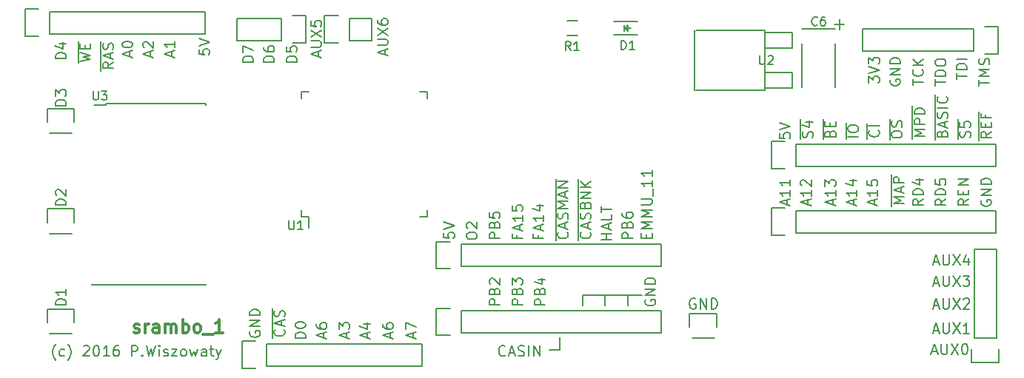
<source format=gbr>
G04 #@! TF.FileFunction,Legend,Top*
%FSLAX46Y46*%
G04 Gerber Fmt 4.6, Leading zero omitted, Abs format (unit mm)*
G04 Created by KiCad (PCBNEW 4.0.3-1.fc24-product) date Sat Sep 10 15:23:13 2016*
%MOMM*%
%LPD*%
G01*
G04 APERTURE LIST*
%ADD10C,0.100000*%
%ADD11C,0.200000*%
%ADD12C,0.300000*%
%ADD13C,0.150000*%
G04 APERTURE END LIST*
D10*
D11*
X154342857Y-79400000D02*
X154914286Y-79400000D01*
X154228572Y-79742857D02*
X154628572Y-78542857D01*
X155028572Y-79742857D01*
X155428571Y-78542857D02*
X155428571Y-79514286D01*
X155485714Y-79628571D01*
X155542857Y-79685714D01*
X155657143Y-79742857D01*
X155885714Y-79742857D01*
X156000000Y-79685714D01*
X156057143Y-79628571D01*
X156114286Y-79514286D01*
X156114286Y-78542857D01*
X156571429Y-78542857D02*
X157371429Y-79742857D01*
X157371429Y-78542857D02*
X156571429Y-79742857D01*
X158342857Y-78942857D02*
X158342857Y-79742857D01*
X158057143Y-78485714D02*
X157771428Y-79342857D01*
X158514286Y-79342857D01*
X154342857Y-81800000D02*
X154914286Y-81800000D01*
X154228572Y-82142857D02*
X154628572Y-80942857D01*
X155028572Y-82142857D01*
X155428571Y-80942857D02*
X155428571Y-81914286D01*
X155485714Y-82028571D01*
X155542857Y-82085714D01*
X155657143Y-82142857D01*
X155885714Y-82142857D01*
X156000000Y-82085714D01*
X156057143Y-82028571D01*
X156114286Y-81914286D01*
X156114286Y-80942857D01*
X156571429Y-80942857D02*
X157371429Y-82142857D01*
X157371429Y-80942857D02*
X156571429Y-82142857D01*
X157714286Y-80942857D02*
X158457143Y-80942857D01*
X158057143Y-81400000D01*
X158228571Y-81400000D01*
X158342857Y-81457143D01*
X158400000Y-81514286D01*
X158457143Y-81628571D01*
X158457143Y-81914286D01*
X158400000Y-82028571D01*
X158342857Y-82085714D01*
X158228571Y-82142857D01*
X157885714Y-82142857D01*
X157771428Y-82085714D01*
X157714286Y-82028571D01*
X154342857Y-84400000D02*
X154914286Y-84400000D01*
X154228572Y-84742857D02*
X154628572Y-83542857D01*
X155028572Y-84742857D01*
X155428571Y-83542857D02*
X155428571Y-84514286D01*
X155485714Y-84628571D01*
X155542857Y-84685714D01*
X155657143Y-84742857D01*
X155885714Y-84742857D01*
X156000000Y-84685714D01*
X156057143Y-84628571D01*
X156114286Y-84514286D01*
X156114286Y-83542857D01*
X156571429Y-83542857D02*
X157371429Y-84742857D01*
X157371429Y-83542857D02*
X156571429Y-84742857D01*
X157771428Y-83657143D02*
X157828571Y-83600000D01*
X157942857Y-83542857D01*
X158228571Y-83542857D01*
X158342857Y-83600000D01*
X158400000Y-83657143D01*
X158457143Y-83771429D01*
X158457143Y-83885714D01*
X158400000Y-84057143D01*
X157714286Y-84742857D01*
X158457143Y-84742857D01*
X154342857Y-87200000D02*
X154914286Y-87200000D01*
X154228572Y-87542857D02*
X154628572Y-86342857D01*
X155028572Y-87542857D01*
X155428571Y-86342857D02*
X155428571Y-87314286D01*
X155485714Y-87428571D01*
X155542857Y-87485714D01*
X155657143Y-87542857D01*
X155885714Y-87542857D01*
X156000000Y-87485714D01*
X156057143Y-87428571D01*
X156114286Y-87314286D01*
X156114286Y-86342857D01*
X156571429Y-86342857D02*
X157371429Y-87542857D01*
X157371429Y-86342857D02*
X156571429Y-87542857D01*
X158457143Y-87542857D02*
X157771428Y-87542857D01*
X158114286Y-87542857D02*
X158114286Y-86342857D01*
X158000000Y-86514286D01*
X157885714Y-86628571D01*
X157771428Y-86685714D01*
X154142857Y-89600000D02*
X154714286Y-89600000D01*
X154028572Y-89942857D02*
X154428572Y-88742857D01*
X154828572Y-89942857D01*
X155228571Y-88742857D02*
X155228571Y-89714286D01*
X155285714Y-89828571D01*
X155342857Y-89885714D01*
X155457143Y-89942857D01*
X155685714Y-89942857D01*
X155800000Y-89885714D01*
X155857143Y-89828571D01*
X155914286Y-89714286D01*
X155914286Y-88742857D01*
X156371429Y-88742857D02*
X157171429Y-89942857D01*
X157171429Y-88742857D02*
X156371429Y-89942857D01*
X157857143Y-88742857D02*
X157971428Y-88742857D01*
X158085714Y-88800000D01*
X158142857Y-88857143D01*
X158200000Y-88971429D01*
X158257143Y-89200000D01*
X158257143Y-89485714D01*
X158200000Y-89714286D01*
X158142857Y-89828571D01*
X158085714Y-89885714D01*
X157971428Y-89942857D01*
X157857143Y-89942857D01*
X157742857Y-89885714D01*
X157685714Y-89828571D01*
X157628571Y-89714286D01*
X157571428Y-89485714D01*
X157571428Y-89200000D01*
X157628571Y-88971429D01*
X157685714Y-88857143D01*
X157742857Y-88800000D01*
X157857143Y-88742857D01*
X137600000Y-72828571D02*
X137600000Y-72257142D01*
X137942857Y-72942856D02*
X136742857Y-72542856D01*
X137942857Y-72142856D01*
X137942857Y-71114285D02*
X137942857Y-71800000D01*
X137942857Y-71457142D02*
X136742857Y-71457142D01*
X136914286Y-71571428D01*
X137028571Y-71685714D01*
X137085714Y-71800000D01*
X137942857Y-69971428D02*
X137942857Y-70657143D01*
X137942857Y-70314285D02*
X136742857Y-70314285D01*
X136914286Y-70428571D01*
X137028571Y-70542857D01*
X137085714Y-70657143D01*
X140000000Y-72828571D02*
X140000000Y-72257142D01*
X140342857Y-72942856D02*
X139142857Y-72542856D01*
X140342857Y-72142856D01*
X140342857Y-71114285D02*
X140342857Y-71800000D01*
X140342857Y-71457142D02*
X139142857Y-71457142D01*
X139314286Y-71571428D01*
X139428571Y-71685714D01*
X139485714Y-71800000D01*
X139257143Y-70657143D02*
X139200000Y-70600000D01*
X139142857Y-70485714D01*
X139142857Y-70200000D01*
X139200000Y-70085714D01*
X139257143Y-70028571D01*
X139371429Y-69971428D01*
X139485714Y-69971428D01*
X139657143Y-70028571D01*
X140342857Y-70714285D01*
X140342857Y-69971428D01*
X142800000Y-72828571D02*
X142800000Y-72257142D01*
X143142857Y-72942856D02*
X141942857Y-72542856D01*
X143142857Y-72142856D01*
X143142857Y-71114285D02*
X143142857Y-71800000D01*
X143142857Y-71457142D02*
X141942857Y-71457142D01*
X142114286Y-71571428D01*
X142228571Y-71685714D01*
X142285714Y-71800000D01*
X141942857Y-70714285D02*
X141942857Y-69971428D01*
X142400000Y-70371428D01*
X142400000Y-70200000D01*
X142457143Y-70085714D01*
X142514286Y-70028571D01*
X142628571Y-69971428D01*
X142914286Y-69971428D01*
X143028571Y-70028571D01*
X143085714Y-70085714D01*
X143142857Y-70200000D01*
X143142857Y-70542857D01*
X143085714Y-70657143D01*
X143028571Y-70714285D01*
X145200000Y-72828571D02*
X145200000Y-72257142D01*
X145542857Y-72942856D02*
X144342857Y-72542856D01*
X145542857Y-72142856D01*
X145542857Y-71114285D02*
X145542857Y-71800000D01*
X145542857Y-71457142D02*
X144342857Y-71457142D01*
X144514286Y-71571428D01*
X144628571Y-71685714D01*
X144685714Y-71800000D01*
X144742857Y-70085714D02*
X145542857Y-70085714D01*
X144285714Y-70371428D02*
X145142857Y-70657143D01*
X145142857Y-69914285D01*
X147600000Y-72828571D02*
X147600000Y-72257142D01*
X147942857Y-72942856D02*
X146742857Y-72542856D01*
X147942857Y-72142856D01*
X147942857Y-71114285D02*
X147942857Y-71800000D01*
X147942857Y-71457142D02*
X146742857Y-71457142D01*
X146914286Y-71571428D01*
X147028571Y-71685714D01*
X147085714Y-71800000D01*
X146742857Y-70028571D02*
X146742857Y-70600000D01*
X147314286Y-70657143D01*
X147257143Y-70600000D01*
X147200000Y-70485714D01*
X147200000Y-70200000D01*
X147257143Y-70085714D01*
X147314286Y-70028571D01*
X147428571Y-69971428D01*
X147714286Y-69971428D01*
X147828571Y-70028571D01*
X147885714Y-70085714D01*
X147942857Y-70200000D01*
X147942857Y-70485714D01*
X147885714Y-70600000D01*
X147828571Y-70657143D01*
X150942857Y-72714286D02*
X149742857Y-72714286D01*
X150600000Y-72314286D01*
X149742857Y-71914286D01*
X150942857Y-71914286D01*
X150600000Y-71400000D02*
X150600000Y-70828571D01*
X150942857Y-71514285D02*
X149742857Y-71114285D01*
X150942857Y-70714285D01*
X150942857Y-70314286D02*
X149742857Y-70314286D01*
X149742857Y-69857143D01*
X149800000Y-69742857D01*
X149857143Y-69685714D01*
X149971429Y-69628571D01*
X150142857Y-69628571D01*
X150257143Y-69685714D01*
X150314286Y-69742857D01*
X150371429Y-69857143D01*
X150371429Y-70314286D01*
X149536000Y-73000000D02*
X149536000Y-69400000D01*
X153142857Y-72199999D02*
X152571429Y-72599999D01*
X153142857Y-72885714D02*
X151942857Y-72885714D01*
X151942857Y-72428571D01*
X152000000Y-72314285D01*
X152057143Y-72257142D01*
X152171429Y-72199999D01*
X152342857Y-72199999D01*
X152457143Y-72257142D01*
X152514286Y-72314285D01*
X152571429Y-72428571D01*
X152571429Y-72885714D01*
X153142857Y-71685714D02*
X151942857Y-71685714D01*
X151942857Y-71399999D01*
X152000000Y-71228571D01*
X152114286Y-71114285D01*
X152228571Y-71057142D01*
X152457143Y-70999999D01*
X152628571Y-70999999D01*
X152857143Y-71057142D01*
X152971429Y-71114285D01*
X153085714Y-71228571D01*
X153142857Y-71399999D01*
X153142857Y-71685714D01*
X152342857Y-69971428D02*
X153142857Y-69971428D01*
X151885714Y-70257142D02*
X152742857Y-70542857D01*
X152742857Y-69799999D01*
X155742857Y-72199999D02*
X155171429Y-72599999D01*
X155742857Y-72885714D02*
X154542857Y-72885714D01*
X154542857Y-72428571D01*
X154600000Y-72314285D01*
X154657143Y-72257142D01*
X154771429Y-72199999D01*
X154942857Y-72199999D01*
X155057143Y-72257142D01*
X155114286Y-72314285D01*
X155171429Y-72428571D01*
X155171429Y-72885714D01*
X155742857Y-71685714D02*
X154542857Y-71685714D01*
X154542857Y-71399999D01*
X154600000Y-71228571D01*
X154714286Y-71114285D01*
X154828571Y-71057142D01*
X155057143Y-70999999D01*
X155228571Y-70999999D01*
X155457143Y-71057142D01*
X155571429Y-71114285D01*
X155685714Y-71228571D01*
X155742857Y-71399999D01*
X155742857Y-71685714D01*
X154542857Y-69914285D02*
X154542857Y-70485714D01*
X155114286Y-70542857D01*
X155057143Y-70485714D01*
X155000000Y-70371428D01*
X155000000Y-70085714D01*
X155057143Y-69971428D01*
X155114286Y-69914285D01*
X155228571Y-69857142D01*
X155514286Y-69857142D01*
X155628571Y-69914285D01*
X155685714Y-69971428D01*
X155742857Y-70085714D01*
X155742857Y-70371428D01*
X155685714Y-70485714D01*
X155628571Y-70542857D01*
X158342857Y-72199999D02*
X157771429Y-72599999D01*
X158342857Y-72885714D02*
X157142857Y-72885714D01*
X157142857Y-72428571D01*
X157200000Y-72314285D01*
X157257143Y-72257142D01*
X157371429Y-72199999D01*
X157542857Y-72199999D01*
X157657143Y-72257142D01*
X157714286Y-72314285D01*
X157771429Y-72428571D01*
X157771429Y-72885714D01*
X157714286Y-71685714D02*
X157714286Y-71285714D01*
X158342857Y-71114285D02*
X158342857Y-71685714D01*
X157142857Y-71685714D01*
X157142857Y-71114285D01*
X158342857Y-70600000D02*
X157142857Y-70600000D01*
X158342857Y-69914285D01*
X157142857Y-69914285D01*
X159800000Y-72314285D02*
X159742857Y-72428571D01*
X159742857Y-72600000D01*
X159800000Y-72771428D01*
X159914286Y-72885714D01*
X160028571Y-72942857D01*
X160257143Y-73000000D01*
X160428571Y-73000000D01*
X160657143Y-72942857D01*
X160771429Y-72885714D01*
X160885714Y-72771428D01*
X160942857Y-72600000D01*
X160942857Y-72485714D01*
X160885714Y-72314285D01*
X160828571Y-72257142D01*
X160428571Y-72257142D01*
X160428571Y-72485714D01*
X160942857Y-71742857D02*
X159742857Y-71742857D01*
X160942857Y-71057142D01*
X159742857Y-71057142D01*
X160942857Y-70485714D02*
X159742857Y-70485714D01*
X159742857Y-70199999D01*
X159800000Y-70028571D01*
X159914286Y-69914285D01*
X160028571Y-69857142D01*
X160257143Y-69799999D01*
X160428571Y-69799999D01*
X160657143Y-69857142D01*
X160771429Y-69914285D01*
X160885714Y-70028571D01*
X160942857Y-70199999D01*
X160942857Y-70485714D01*
X160942857Y-64485713D02*
X160371429Y-64885713D01*
X160942857Y-65171428D02*
X159742857Y-65171428D01*
X159742857Y-64714285D01*
X159800000Y-64599999D01*
X159857143Y-64542856D01*
X159971429Y-64485713D01*
X160142857Y-64485713D01*
X160257143Y-64542856D01*
X160314286Y-64599999D01*
X160371429Y-64714285D01*
X160371429Y-65171428D01*
X160314286Y-63971428D02*
X160314286Y-63571428D01*
X160942857Y-63399999D02*
X160942857Y-63971428D01*
X159742857Y-63971428D01*
X159742857Y-63399999D01*
X160314286Y-62485714D02*
X160314286Y-62885714D01*
X160942857Y-62885714D02*
X159742857Y-62885714D01*
X159742857Y-62314285D01*
X159536000Y-65457142D02*
X159536000Y-62142857D01*
X158485714Y-65114286D02*
X158542857Y-64942857D01*
X158542857Y-64657143D01*
X158485714Y-64542857D01*
X158428571Y-64485714D01*
X158314286Y-64428571D01*
X158200000Y-64428571D01*
X158085714Y-64485714D01*
X158028571Y-64542857D01*
X157971429Y-64657143D01*
X157914286Y-64885714D01*
X157857143Y-65000000D01*
X157800000Y-65057143D01*
X157685714Y-65114286D01*
X157571429Y-65114286D01*
X157457143Y-65057143D01*
X157400000Y-65000000D01*
X157342857Y-64885714D01*
X157342857Y-64600000D01*
X157400000Y-64428571D01*
X157342857Y-63342857D02*
X157342857Y-63914286D01*
X157914286Y-63971429D01*
X157857143Y-63914286D01*
X157800000Y-63800000D01*
X157800000Y-63514286D01*
X157857143Y-63400000D01*
X157914286Y-63342857D01*
X158028571Y-63285714D01*
X158314286Y-63285714D01*
X158428571Y-63342857D01*
X158485714Y-63400000D01*
X158542857Y-63514286D01*
X158542857Y-63800000D01*
X158485714Y-63914286D01*
X158428571Y-63971429D01*
X157136000Y-65342857D02*
X157136000Y-63057143D01*
X155314286Y-64685714D02*
X155371429Y-64514285D01*
X155428571Y-64457142D01*
X155542857Y-64399999D01*
X155714286Y-64399999D01*
X155828571Y-64457142D01*
X155885714Y-64514285D01*
X155942857Y-64628571D01*
X155942857Y-65085714D01*
X154742857Y-65085714D01*
X154742857Y-64685714D01*
X154800000Y-64571428D01*
X154857143Y-64514285D01*
X154971429Y-64457142D01*
X155085714Y-64457142D01*
X155200000Y-64514285D01*
X155257143Y-64571428D01*
X155314286Y-64685714D01*
X155314286Y-65085714D01*
X155600000Y-63942857D02*
X155600000Y-63371428D01*
X155942857Y-64057142D02*
X154742857Y-63657142D01*
X155942857Y-63257142D01*
X155885714Y-62914286D02*
X155942857Y-62742857D01*
X155942857Y-62457143D01*
X155885714Y-62342857D01*
X155828571Y-62285714D01*
X155714286Y-62228571D01*
X155600000Y-62228571D01*
X155485714Y-62285714D01*
X155428571Y-62342857D01*
X155371429Y-62457143D01*
X155314286Y-62685714D01*
X155257143Y-62800000D01*
X155200000Y-62857143D01*
X155085714Y-62914286D01*
X154971429Y-62914286D01*
X154857143Y-62857143D01*
X154800000Y-62800000D01*
X154742857Y-62685714D01*
X154742857Y-62400000D01*
X154800000Y-62228571D01*
X155942857Y-61714286D02*
X154742857Y-61714286D01*
X155828571Y-60457142D02*
X155885714Y-60514285D01*
X155942857Y-60685714D01*
X155942857Y-60800000D01*
X155885714Y-60971428D01*
X155771429Y-61085714D01*
X155657143Y-61142857D01*
X155428571Y-61200000D01*
X155257143Y-61200000D01*
X155028571Y-61142857D01*
X154914286Y-61085714D01*
X154800000Y-60971428D01*
X154742857Y-60800000D01*
X154742857Y-60685714D01*
X154800000Y-60514285D01*
X154857143Y-60457142D01*
X154536000Y-65371428D02*
X154536000Y-60228571D01*
X153342857Y-65000000D02*
X152142857Y-65000000D01*
X153000000Y-64600000D01*
X152142857Y-64200000D01*
X153342857Y-64200000D01*
X153342857Y-63628571D02*
X152142857Y-63628571D01*
X152142857Y-63171428D01*
X152200000Y-63057142D01*
X152257143Y-62999999D01*
X152371429Y-62942856D01*
X152542857Y-62942856D01*
X152657143Y-62999999D01*
X152714286Y-63057142D01*
X152771429Y-63171428D01*
X152771429Y-63628571D01*
X153342857Y-62428571D02*
X152142857Y-62428571D01*
X152142857Y-62142856D01*
X152200000Y-61971428D01*
X152314286Y-61857142D01*
X152428571Y-61799999D01*
X152657143Y-61742856D01*
X152828571Y-61742856D01*
X153057143Y-61799999D01*
X153171429Y-61857142D01*
X153285714Y-61971428D01*
X153342857Y-62142856D01*
X153342857Y-62428571D01*
X151936000Y-65285714D02*
X151936000Y-61514285D01*
X149542857Y-64885714D02*
X149542857Y-64657143D01*
X149600000Y-64542857D01*
X149714286Y-64428571D01*
X149942857Y-64371429D01*
X150342857Y-64371429D01*
X150571429Y-64428571D01*
X150685714Y-64542857D01*
X150742857Y-64657143D01*
X150742857Y-64885714D01*
X150685714Y-65000000D01*
X150571429Y-65114286D01*
X150342857Y-65171429D01*
X149942857Y-65171429D01*
X149714286Y-65114286D01*
X149600000Y-65000000D01*
X149542857Y-64885714D01*
X150685714Y-63914286D02*
X150742857Y-63742857D01*
X150742857Y-63457143D01*
X150685714Y-63342857D01*
X150628571Y-63285714D01*
X150514286Y-63228571D01*
X150400000Y-63228571D01*
X150285714Y-63285714D01*
X150228571Y-63342857D01*
X150171429Y-63457143D01*
X150114286Y-63685714D01*
X150057143Y-63800000D01*
X150000000Y-63857143D01*
X149885714Y-63914286D01*
X149771429Y-63914286D01*
X149657143Y-63857143D01*
X149600000Y-63800000D01*
X149542857Y-63685714D01*
X149542857Y-63400000D01*
X149600000Y-63228571D01*
X149336000Y-65400000D02*
X149336000Y-63000000D01*
X148028571Y-64314285D02*
X148085714Y-64371428D01*
X148142857Y-64542857D01*
X148142857Y-64657143D01*
X148085714Y-64828571D01*
X147971429Y-64942857D01*
X147857143Y-65000000D01*
X147628571Y-65057143D01*
X147457143Y-65057143D01*
X147228571Y-65000000D01*
X147114286Y-64942857D01*
X147000000Y-64828571D01*
X146942857Y-64657143D01*
X146942857Y-64542857D01*
X147000000Y-64371428D01*
X147057143Y-64314285D01*
X148142857Y-63800000D02*
X146942857Y-63800000D01*
X146736000Y-65285714D02*
X146736000Y-63514285D01*
X145742857Y-65028572D02*
X144542857Y-65028572D01*
X144542857Y-64228571D02*
X144542857Y-64000000D01*
X144600000Y-63885714D01*
X144714286Y-63771428D01*
X144942857Y-63714286D01*
X145342857Y-63714286D01*
X145571429Y-63771428D01*
X145685714Y-63885714D01*
X145742857Y-64000000D01*
X145742857Y-64228571D01*
X145685714Y-64342857D01*
X145571429Y-64457143D01*
X145342857Y-64514286D01*
X144942857Y-64514286D01*
X144714286Y-64457143D01*
X144600000Y-64342857D01*
X144542857Y-64228571D01*
X144336000Y-65314286D02*
X144336000Y-63485714D01*
X142514286Y-64657143D02*
X142571429Y-64485714D01*
X142628571Y-64428571D01*
X142742857Y-64371428D01*
X142914286Y-64371428D01*
X143028571Y-64428571D01*
X143085714Y-64485714D01*
X143142857Y-64600000D01*
X143142857Y-65057143D01*
X141942857Y-65057143D01*
X141942857Y-64657143D01*
X142000000Y-64542857D01*
X142057143Y-64485714D01*
X142171429Y-64428571D01*
X142285714Y-64428571D01*
X142400000Y-64485714D01*
X142457143Y-64542857D01*
X142514286Y-64657143D01*
X142514286Y-65057143D01*
X142514286Y-63857143D02*
X142514286Y-63457143D01*
X143142857Y-63285714D02*
X143142857Y-63857143D01*
X141942857Y-63857143D01*
X141942857Y-63285714D01*
X141736000Y-65342857D02*
X141736000Y-63057143D01*
X140485714Y-65114286D02*
X140542857Y-64942857D01*
X140542857Y-64657143D01*
X140485714Y-64542857D01*
X140428571Y-64485714D01*
X140314286Y-64428571D01*
X140200000Y-64428571D01*
X140085714Y-64485714D01*
X140028571Y-64542857D01*
X139971429Y-64657143D01*
X139914286Y-64885714D01*
X139857143Y-65000000D01*
X139800000Y-65057143D01*
X139685714Y-65114286D01*
X139571429Y-65114286D01*
X139457143Y-65057143D01*
X139400000Y-65000000D01*
X139342857Y-64885714D01*
X139342857Y-64600000D01*
X139400000Y-64428571D01*
X139742857Y-63400000D02*
X140542857Y-63400000D01*
X139285714Y-63685714D02*
X140142857Y-63971429D01*
X140142857Y-63228571D01*
X139136000Y-65342857D02*
X139136000Y-63057143D01*
X136742857Y-64628571D02*
X136742857Y-65200000D01*
X137314286Y-65257143D01*
X137257143Y-65200000D01*
X137200000Y-65085714D01*
X137200000Y-64800000D01*
X137257143Y-64685714D01*
X137314286Y-64628571D01*
X137428571Y-64571428D01*
X137714286Y-64571428D01*
X137828571Y-64628571D01*
X137885714Y-64685714D01*
X137942857Y-64800000D01*
X137942857Y-65085714D01*
X137885714Y-65200000D01*
X137828571Y-65257143D01*
X136742857Y-64228571D02*
X137942857Y-63828571D01*
X136742857Y-63428571D01*
X119400000Y-84400000D02*
X119400000Y-83200000D01*
X116800000Y-84400000D02*
X116800000Y-83200000D01*
X114200000Y-83200000D02*
X121000000Y-83200000D01*
X114200000Y-84400000D02*
X114200000Y-83200000D01*
X111600000Y-89400000D02*
X110400000Y-89400000D01*
X111600000Y-88000000D02*
X111600000Y-89400000D01*
X98342857Y-76028571D02*
X98342857Y-76600000D01*
X98914286Y-76657143D01*
X98857143Y-76600000D01*
X98800000Y-76485714D01*
X98800000Y-76200000D01*
X98857143Y-76085714D01*
X98914286Y-76028571D01*
X99028571Y-75971428D01*
X99314286Y-75971428D01*
X99428571Y-76028571D01*
X99485714Y-76085714D01*
X99542857Y-76200000D01*
X99542857Y-76485714D01*
X99485714Y-76600000D01*
X99428571Y-76657143D01*
X98342857Y-75628571D02*
X99542857Y-75228571D01*
X98342857Y-74828571D01*
X100942857Y-76485714D02*
X100942857Y-76257143D01*
X101000000Y-76142857D01*
X101114286Y-76028571D01*
X101342857Y-75971429D01*
X101742857Y-75971429D01*
X101971429Y-76028571D01*
X102085714Y-76142857D01*
X102142857Y-76257143D01*
X102142857Y-76485714D01*
X102085714Y-76600000D01*
X101971429Y-76714286D01*
X101742857Y-76771429D01*
X101342857Y-76771429D01*
X101114286Y-76714286D01*
X101000000Y-76600000D01*
X100942857Y-76485714D01*
X101057143Y-75514286D02*
X101000000Y-75457143D01*
X100942857Y-75342857D01*
X100942857Y-75057143D01*
X101000000Y-74942857D01*
X101057143Y-74885714D01*
X101171429Y-74828571D01*
X101285714Y-74828571D01*
X101457143Y-74885714D01*
X102142857Y-75571428D01*
X102142857Y-74828571D01*
X104742857Y-76685714D02*
X103542857Y-76685714D01*
X103542857Y-76228571D01*
X103600000Y-76114285D01*
X103657143Y-76057142D01*
X103771429Y-75999999D01*
X103942857Y-75999999D01*
X104057143Y-76057142D01*
X104114286Y-76114285D01*
X104171429Y-76228571D01*
X104171429Y-76685714D01*
X104114286Y-75085714D02*
X104171429Y-74914285D01*
X104228571Y-74857142D01*
X104342857Y-74799999D01*
X104514286Y-74799999D01*
X104628571Y-74857142D01*
X104685714Y-74914285D01*
X104742857Y-75028571D01*
X104742857Y-75485714D01*
X103542857Y-75485714D01*
X103542857Y-75085714D01*
X103600000Y-74971428D01*
X103657143Y-74914285D01*
X103771429Y-74857142D01*
X103885714Y-74857142D01*
X104000000Y-74914285D01*
X104057143Y-74971428D01*
X104114286Y-75085714D01*
X104114286Y-75485714D01*
X103542857Y-73714285D02*
X103542857Y-74285714D01*
X104114286Y-74342857D01*
X104057143Y-74285714D01*
X104000000Y-74171428D01*
X104000000Y-73885714D01*
X104057143Y-73771428D01*
X104114286Y-73714285D01*
X104228571Y-73657142D01*
X104514286Y-73657142D01*
X104628571Y-73714285D01*
X104685714Y-73771428D01*
X104742857Y-73885714D01*
X104742857Y-74171428D01*
X104685714Y-74285714D01*
X104628571Y-74342857D01*
X106714286Y-76285714D02*
X106714286Y-76685714D01*
X107342857Y-76685714D02*
X106142857Y-76685714D01*
X106142857Y-76114285D01*
X107000000Y-75714286D02*
X107000000Y-75142857D01*
X107342857Y-75828571D02*
X106142857Y-75428571D01*
X107342857Y-75028571D01*
X107342857Y-74000000D02*
X107342857Y-74685715D01*
X107342857Y-74342857D02*
X106142857Y-74342857D01*
X106314286Y-74457143D01*
X106428571Y-74571429D01*
X106485714Y-74685715D01*
X106142857Y-72914286D02*
X106142857Y-73485715D01*
X106714286Y-73542858D01*
X106657143Y-73485715D01*
X106600000Y-73371429D01*
X106600000Y-73085715D01*
X106657143Y-72971429D01*
X106714286Y-72914286D01*
X106828571Y-72857143D01*
X107114286Y-72857143D01*
X107228571Y-72914286D01*
X107285714Y-72971429D01*
X107342857Y-73085715D01*
X107342857Y-73371429D01*
X107285714Y-73485715D01*
X107228571Y-73542858D01*
X109114286Y-76285714D02*
X109114286Y-76685714D01*
X109742857Y-76685714D02*
X108542857Y-76685714D01*
X108542857Y-76114285D01*
X109400000Y-75714286D02*
X109400000Y-75142857D01*
X109742857Y-75828571D02*
X108542857Y-75428571D01*
X109742857Y-75028571D01*
X109742857Y-74000000D02*
X109742857Y-74685715D01*
X109742857Y-74342857D02*
X108542857Y-74342857D01*
X108714286Y-74457143D01*
X108828571Y-74571429D01*
X108885714Y-74685715D01*
X108942857Y-72971429D02*
X109742857Y-72971429D01*
X108485714Y-73257143D02*
X109342857Y-73542858D01*
X109342857Y-72800000D01*
X112428571Y-75942856D02*
X112485714Y-75999999D01*
X112542857Y-76171428D01*
X112542857Y-76285714D01*
X112485714Y-76457142D01*
X112371429Y-76571428D01*
X112257143Y-76628571D01*
X112028571Y-76685714D01*
X111857143Y-76685714D01*
X111628571Y-76628571D01*
X111514286Y-76571428D01*
X111400000Y-76457142D01*
X111342857Y-76285714D01*
X111342857Y-76171428D01*
X111400000Y-75999999D01*
X111457143Y-75942856D01*
X112200000Y-75485714D02*
X112200000Y-74914285D01*
X112542857Y-75599999D02*
X111342857Y-75199999D01*
X112542857Y-74799999D01*
X112485714Y-74457143D02*
X112542857Y-74285714D01*
X112542857Y-74000000D01*
X112485714Y-73885714D01*
X112428571Y-73828571D01*
X112314286Y-73771428D01*
X112200000Y-73771428D01*
X112085714Y-73828571D01*
X112028571Y-73885714D01*
X111971429Y-74000000D01*
X111914286Y-74228571D01*
X111857143Y-74342857D01*
X111800000Y-74400000D01*
X111685714Y-74457143D01*
X111571429Y-74457143D01*
X111457143Y-74400000D01*
X111400000Y-74342857D01*
X111342857Y-74228571D01*
X111342857Y-73942857D01*
X111400000Y-73771428D01*
X112542857Y-73257143D02*
X111342857Y-73257143D01*
X112200000Y-72857143D01*
X111342857Y-72457143D01*
X112542857Y-72457143D01*
X112200000Y-71942857D02*
X112200000Y-71371428D01*
X112542857Y-72057142D02*
X111342857Y-71657142D01*
X112542857Y-71257142D01*
X112542857Y-70857143D02*
X111342857Y-70857143D01*
X112542857Y-70171428D01*
X111342857Y-70171428D01*
X111136000Y-76914285D02*
X111136000Y-69885714D01*
X115028571Y-75942856D02*
X115085714Y-75999999D01*
X115142857Y-76171428D01*
X115142857Y-76285714D01*
X115085714Y-76457142D01*
X114971429Y-76571428D01*
X114857143Y-76628571D01*
X114628571Y-76685714D01*
X114457143Y-76685714D01*
X114228571Y-76628571D01*
X114114286Y-76571428D01*
X114000000Y-76457142D01*
X113942857Y-76285714D01*
X113942857Y-76171428D01*
X114000000Y-75999999D01*
X114057143Y-75942856D01*
X114800000Y-75485714D02*
X114800000Y-74914285D01*
X115142857Y-75599999D02*
X113942857Y-75199999D01*
X115142857Y-74799999D01*
X115085714Y-74457143D02*
X115142857Y-74285714D01*
X115142857Y-74000000D01*
X115085714Y-73885714D01*
X115028571Y-73828571D01*
X114914286Y-73771428D01*
X114800000Y-73771428D01*
X114685714Y-73828571D01*
X114628571Y-73885714D01*
X114571429Y-74000000D01*
X114514286Y-74228571D01*
X114457143Y-74342857D01*
X114400000Y-74400000D01*
X114285714Y-74457143D01*
X114171429Y-74457143D01*
X114057143Y-74400000D01*
X114000000Y-74342857D01*
X113942857Y-74228571D01*
X113942857Y-73942857D01*
X114000000Y-73771428D01*
X114514286Y-72857143D02*
X114571429Y-72685714D01*
X114628571Y-72628571D01*
X114742857Y-72571428D01*
X114914286Y-72571428D01*
X115028571Y-72628571D01*
X115085714Y-72685714D01*
X115142857Y-72800000D01*
X115142857Y-73257143D01*
X113942857Y-73257143D01*
X113942857Y-72857143D01*
X114000000Y-72742857D01*
X114057143Y-72685714D01*
X114171429Y-72628571D01*
X114285714Y-72628571D01*
X114400000Y-72685714D01*
X114457143Y-72742857D01*
X114514286Y-72857143D01*
X114514286Y-73257143D01*
X115142857Y-72057143D02*
X113942857Y-72057143D01*
X115142857Y-71371428D01*
X113942857Y-71371428D01*
X115142857Y-70800000D02*
X113942857Y-70800000D01*
X115142857Y-70114285D02*
X114457143Y-70628571D01*
X113942857Y-70114285D02*
X114628571Y-70800000D01*
X113736000Y-76914285D02*
X113736000Y-69885714D01*
X117542857Y-76800000D02*
X116342857Y-76800000D01*
X116914286Y-76800000D02*
X116914286Y-76114285D01*
X117542857Y-76114285D02*
X116342857Y-76114285D01*
X117200000Y-75600000D02*
X117200000Y-75028571D01*
X117542857Y-75714285D02*
X116342857Y-75314285D01*
X117542857Y-74914285D01*
X117542857Y-73942857D02*
X117542857Y-74514286D01*
X116342857Y-74514286D01*
X116342857Y-73714285D02*
X116342857Y-73028571D01*
X117542857Y-73371428D02*
X116342857Y-73371428D01*
X119942857Y-76685714D02*
X118742857Y-76685714D01*
X118742857Y-76228571D01*
X118800000Y-76114285D01*
X118857143Y-76057142D01*
X118971429Y-75999999D01*
X119142857Y-75999999D01*
X119257143Y-76057142D01*
X119314286Y-76114285D01*
X119371429Y-76228571D01*
X119371429Y-76685714D01*
X119314286Y-75085714D02*
X119371429Y-74914285D01*
X119428571Y-74857142D01*
X119542857Y-74799999D01*
X119714286Y-74799999D01*
X119828571Y-74857142D01*
X119885714Y-74914285D01*
X119942857Y-75028571D01*
X119942857Y-75485714D01*
X118742857Y-75485714D01*
X118742857Y-75085714D01*
X118800000Y-74971428D01*
X118857143Y-74914285D01*
X118971429Y-74857142D01*
X119085714Y-74857142D01*
X119200000Y-74914285D01*
X119257143Y-74971428D01*
X119314286Y-75085714D01*
X119314286Y-75485714D01*
X118742857Y-73771428D02*
X118742857Y-73999999D01*
X118800000Y-74114285D01*
X118857143Y-74171428D01*
X119028571Y-74285714D01*
X119257143Y-74342857D01*
X119714286Y-74342857D01*
X119828571Y-74285714D01*
X119885714Y-74228571D01*
X119942857Y-74114285D01*
X119942857Y-73885714D01*
X119885714Y-73771428D01*
X119828571Y-73714285D01*
X119714286Y-73657142D01*
X119428571Y-73657142D01*
X119314286Y-73714285D01*
X119257143Y-73771428D01*
X119200000Y-73885714D01*
X119200000Y-74114285D01*
X119257143Y-74228571D01*
X119314286Y-74285714D01*
X119428571Y-74342857D01*
X121514286Y-76657143D02*
X121514286Y-76257143D01*
X122142857Y-76085714D02*
X122142857Y-76657143D01*
X120942857Y-76657143D01*
X120942857Y-76085714D01*
X122142857Y-75571429D02*
X120942857Y-75571429D01*
X121800000Y-75171429D01*
X120942857Y-74771429D01*
X122142857Y-74771429D01*
X122142857Y-74200000D02*
X120942857Y-74200000D01*
X121800000Y-73800000D01*
X120942857Y-73400000D01*
X122142857Y-73400000D01*
X120942857Y-72828571D02*
X121914286Y-72828571D01*
X122028571Y-72771428D01*
X122085714Y-72714285D01*
X122142857Y-72599999D01*
X122142857Y-72371428D01*
X122085714Y-72257142D01*
X122028571Y-72199999D01*
X121914286Y-72142856D01*
X120942857Y-72142856D01*
X122257143Y-71857142D02*
X122257143Y-70942856D01*
X122142857Y-70028570D02*
X122142857Y-70714285D01*
X122142857Y-70371427D02*
X120942857Y-70371427D01*
X121114286Y-70485713D01*
X121228571Y-70599999D01*
X121285714Y-70714285D01*
X122142857Y-68885713D02*
X122142857Y-69571428D01*
X122142857Y-69228570D02*
X120942857Y-69228570D01*
X121114286Y-69342856D01*
X121228571Y-69457142D01*
X121285714Y-69571428D01*
X104742857Y-84285714D02*
X103542857Y-84285714D01*
X103542857Y-83828571D01*
X103600000Y-83714285D01*
X103657143Y-83657142D01*
X103771429Y-83599999D01*
X103942857Y-83599999D01*
X104057143Y-83657142D01*
X104114286Y-83714285D01*
X104171429Y-83828571D01*
X104171429Y-84285714D01*
X104114286Y-82685714D02*
X104171429Y-82514285D01*
X104228571Y-82457142D01*
X104342857Y-82399999D01*
X104514286Y-82399999D01*
X104628571Y-82457142D01*
X104685714Y-82514285D01*
X104742857Y-82628571D01*
X104742857Y-83085714D01*
X103542857Y-83085714D01*
X103542857Y-82685714D01*
X103600000Y-82571428D01*
X103657143Y-82514285D01*
X103771429Y-82457142D01*
X103885714Y-82457142D01*
X104000000Y-82514285D01*
X104057143Y-82571428D01*
X104114286Y-82685714D01*
X104114286Y-83085714D01*
X103657143Y-81942857D02*
X103600000Y-81885714D01*
X103542857Y-81771428D01*
X103542857Y-81485714D01*
X103600000Y-81371428D01*
X103657143Y-81314285D01*
X103771429Y-81257142D01*
X103885714Y-81257142D01*
X104057143Y-81314285D01*
X104742857Y-81999999D01*
X104742857Y-81257142D01*
X107342857Y-84285714D02*
X106142857Y-84285714D01*
X106142857Y-83828571D01*
X106200000Y-83714285D01*
X106257143Y-83657142D01*
X106371429Y-83599999D01*
X106542857Y-83599999D01*
X106657143Y-83657142D01*
X106714286Y-83714285D01*
X106771429Y-83828571D01*
X106771429Y-84285714D01*
X106714286Y-82685714D02*
X106771429Y-82514285D01*
X106828571Y-82457142D01*
X106942857Y-82399999D01*
X107114286Y-82399999D01*
X107228571Y-82457142D01*
X107285714Y-82514285D01*
X107342857Y-82628571D01*
X107342857Y-83085714D01*
X106142857Y-83085714D01*
X106142857Y-82685714D01*
X106200000Y-82571428D01*
X106257143Y-82514285D01*
X106371429Y-82457142D01*
X106485714Y-82457142D01*
X106600000Y-82514285D01*
X106657143Y-82571428D01*
X106714286Y-82685714D01*
X106714286Y-83085714D01*
X106142857Y-81999999D02*
X106142857Y-81257142D01*
X106600000Y-81657142D01*
X106600000Y-81485714D01*
X106657143Y-81371428D01*
X106714286Y-81314285D01*
X106828571Y-81257142D01*
X107114286Y-81257142D01*
X107228571Y-81314285D01*
X107285714Y-81371428D01*
X107342857Y-81485714D01*
X107342857Y-81828571D01*
X107285714Y-81942857D01*
X107228571Y-81999999D01*
X109942857Y-84285714D02*
X108742857Y-84285714D01*
X108742857Y-83828571D01*
X108800000Y-83714285D01*
X108857143Y-83657142D01*
X108971429Y-83599999D01*
X109142857Y-83599999D01*
X109257143Y-83657142D01*
X109314286Y-83714285D01*
X109371429Y-83828571D01*
X109371429Y-84285714D01*
X109314286Y-82685714D02*
X109371429Y-82514285D01*
X109428571Y-82457142D01*
X109542857Y-82399999D01*
X109714286Y-82399999D01*
X109828571Y-82457142D01*
X109885714Y-82514285D01*
X109942857Y-82628571D01*
X109942857Y-83085714D01*
X108742857Y-83085714D01*
X108742857Y-82685714D01*
X108800000Y-82571428D01*
X108857143Y-82514285D01*
X108971429Y-82457142D01*
X109085714Y-82457142D01*
X109200000Y-82514285D01*
X109257143Y-82571428D01*
X109314286Y-82685714D01*
X109314286Y-83085714D01*
X109142857Y-81371428D02*
X109942857Y-81371428D01*
X108685714Y-81657142D02*
X109542857Y-81942857D01*
X109542857Y-81199999D01*
X105371429Y-90028571D02*
X105314286Y-90085714D01*
X105142857Y-90142857D01*
X105028571Y-90142857D01*
X104857143Y-90085714D01*
X104742857Y-89971429D01*
X104685714Y-89857143D01*
X104628571Y-89628571D01*
X104628571Y-89457143D01*
X104685714Y-89228571D01*
X104742857Y-89114286D01*
X104857143Y-89000000D01*
X105028571Y-88942857D01*
X105142857Y-88942857D01*
X105314286Y-89000000D01*
X105371429Y-89057143D01*
X105828571Y-89800000D02*
X106400000Y-89800000D01*
X105714286Y-90142857D02*
X106114286Y-88942857D01*
X106514286Y-90142857D01*
X106857142Y-90085714D02*
X107028571Y-90142857D01*
X107314285Y-90142857D01*
X107428571Y-90085714D01*
X107485714Y-90028571D01*
X107542857Y-89914286D01*
X107542857Y-89800000D01*
X107485714Y-89685714D01*
X107428571Y-89628571D01*
X107314285Y-89571429D01*
X107085714Y-89514286D01*
X106971428Y-89457143D01*
X106914285Y-89400000D01*
X106857142Y-89285714D01*
X106857142Y-89171429D01*
X106914285Y-89057143D01*
X106971428Y-89000000D01*
X107085714Y-88942857D01*
X107371428Y-88942857D01*
X107542857Y-89000000D01*
X108057142Y-90142857D02*
X108057142Y-88942857D01*
X108628571Y-90142857D02*
X108628571Y-88942857D01*
X109314286Y-90142857D01*
X109314286Y-88942857D01*
X121400000Y-83714285D02*
X121342857Y-83828571D01*
X121342857Y-84000000D01*
X121400000Y-84171428D01*
X121514286Y-84285714D01*
X121628571Y-84342857D01*
X121857143Y-84400000D01*
X122028571Y-84400000D01*
X122257143Y-84342857D01*
X122371429Y-84285714D01*
X122485714Y-84171428D01*
X122542857Y-84000000D01*
X122542857Y-83885714D01*
X122485714Y-83714285D01*
X122428571Y-83657142D01*
X122028571Y-83657142D01*
X122028571Y-83885714D01*
X122542857Y-83142857D02*
X121342857Y-83142857D01*
X122542857Y-82457142D01*
X121342857Y-82457142D01*
X122542857Y-81885714D02*
X121342857Y-81885714D01*
X121342857Y-81599999D01*
X121400000Y-81428571D01*
X121514286Y-81314285D01*
X121628571Y-81257142D01*
X121857143Y-81199999D01*
X122028571Y-81199999D01*
X122257143Y-81257142D01*
X122371429Y-81314285D01*
X122485714Y-81428571D01*
X122542857Y-81599999D01*
X122542857Y-81885714D01*
X127085715Y-83600000D02*
X126971429Y-83542857D01*
X126800000Y-83542857D01*
X126628572Y-83600000D01*
X126514286Y-83714286D01*
X126457143Y-83828571D01*
X126400000Y-84057143D01*
X126400000Y-84228571D01*
X126457143Y-84457143D01*
X126514286Y-84571429D01*
X126628572Y-84685714D01*
X126800000Y-84742857D01*
X126914286Y-84742857D01*
X127085715Y-84685714D01*
X127142858Y-84628571D01*
X127142858Y-84228571D01*
X126914286Y-84228571D01*
X127657143Y-84742857D02*
X127657143Y-83542857D01*
X128342858Y-84742857D01*
X128342858Y-83542857D01*
X128914286Y-84742857D02*
X128914286Y-83542857D01*
X129200001Y-83542857D01*
X129371429Y-83600000D01*
X129485715Y-83714286D01*
X129542858Y-83828571D01*
X129600001Y-84057143D01*
X129600001Y-84228571D01*
X129542858Y-84457143D01*
X129485715Y-84571429D01*
X129371429Y-84685714D01*
X129200001Y-84742857D01*
X128914286Y-84742857D01*
X159542857Y-59200000D02*
X159542857Y-58514286D01*
X160742857Y-58857143D02*
X159542857Y-58857143D01*
X160742857Y-58114286D02*
X159542857Y-58114286D01*
X160400000Y-57714286D01*
X159542857Y-57314286D01*
X160742857Y-57314286D01*
X160685714Y-56800000D02*
X160742857Y-56628571D01*
X160742857Y-56342857D01*
X160685714Y-56228571D01*
X160628571Y-56171428D01*
X160514286Y-56114285D01*
X160400000Y-56114285D01*
X160285714Y-56171428D01*
X160228571Y-56228571D01*
X160171429Y-56342857D01*
X160114286Y-56571428D01*
X160057143Y-56685714D01*
X160000000Y-56742857D01*
X159885714Y-56800000D01*
X159771429Y-56800000D01*
X159657143Y-56742857D01*
X159600000Y-56685714D01*
X159542857Y-56571428D01*
X159542857Y-56285714D01*
X159600000Y-56114285D01*
X156942857Y-58428571D02*
X156942857Y-57742857D01*
X158142857Y-58085714D02*
X156942857Y-58085714D01*
X158142857Y-57342857D02*
X156942857Y-57342857D01*
X156942857Y-57057142D01*
X157000000Y-56885714D01*
X157114286Y-56771428D01*
X157228571Y-56714285D01*
X157457143Y-56657142D01*
X157628571Y-56657142D01*
X157857143Y-56714285D01*
X157971429Y-56771428D01*
X158085714Y-56885714D01*
X158142857Y-57057142D01*
X158142857Y-57342857D01*
X158142857Y-56142857D02*
X156942857Y-56142857D01*
X154542857Y-59171428D02*
X154542857Y-58485714D01*
X155742857Y-58828571D02*
X154542857Y-58828571D01*
X155742857Y-58085714D02*
X154542857Y-58085714D01*
X154542857Y-57799999D01*
X154600000Y-57628571D01*
X154714286Y-57514285D01*
X154828571Y-57457142D01*
X155057143Y-57399999D01*
X155228571Y-57399999D01*
X155457143Y-57457142D01*
X155571429Y-57514285D01*
X155685714Y-57628571D01*
X155742857Y-57799999D01*
X155742857Y-58085714D01*
X154542857Y-56657142D02*
X154542857Y-56428571D01*
X154600000Y-56314285D01*
X154714286Y-56199999D01*
X154942857Y-56142857D01*
X155342857Y-56142857D01*
X155571429Y-56199999D01*
X155685714Y-56314285D01*
X155742857Y-56428571D01*
X155742857Y-56657142D01*
X155685714Y-56771428D01*
X155571429Y-56885714D01*
X155342857Y-56942857D01*
X154942857Y-56942857D01*
X154714286Y-56885714D01*
X154600000Y-56771428D01*
X154542857Y-56657142D01*
X151942857Y-59142857D02*
X151942857Y-58457143D01*
X153142857Y-58800000D02*
X151942857Y-58800000D01*
X153028571Y-57371428D02*
X153085714Y-57428571D01*
X153142857Y-57600000D01*
X153142857Y-57714286D01*
X153085714Y-57885714D01*
X152971429Y-58000000D01*
X152857143Y-58057143D01*
X152628571Y-58114286D01*
X152457143Y-58114286D01*
X152228571Y-58057143D01*
X152114286Y-58000000D01*
X152000000Y-57885714D01*
X151942857Y-57714286D01*
X151942857Y-57600000D01*
X152000000Y-57428571D01*
X152057143Y-57371428D01*
X153142857Y-56857143D02*
X151942857Y-56857143D01*
X153142857Y-56171428D02*
X152457143Y-56685714D01*
X151942857Y-56171428D02*
X152628571Y-56857143D01*
X149400000Y-58514285D02*
X149342857Y-58628571D01*
X149342857Y-58800000D01*
X149400000Y-58971428D01*
X149514286Y-59085714D01*
X149628571Y-59142857D01*
X149857143Y-59200000D01*
X150028571Y-59200000D01*
X150257143Y-59142857D01*
X150371429Y-59085714D01*
X150485714Y-58971428D01*
X150542857Y-58800000D01*
X150542857Y-58685714D01*
X150485714Y-58514285D01*
X150428571Y-58457142D01*
X150028571Y-58457142D01*
X150028571Y-58685714D01*
X150542857Y-57942857D02*
X149342857Y-57942857D01*
X150542857Y-57257142D01*
X149342857Y-57257142D01*
X150542857Y-56685714D02*
X149342857Y-56685714D01*
X149342857Y-56399999D01*
X149400000Y-56228571D01*
X149514286Y-56114285D01*
X149628571Y-56057142D01*
X149857143Y-55999999D01*
X150028571Y-55999999D01*
X150257143Y-56057142D01*
X150371429Y-56114285D01*
X150485714Y-56228571D01*
X150542857Y-56399999D01*
X150542857Y-56685714D01*
X146942857Y-58885713D02*
X146942857Y-58142856D01*
X147400000Y-58542856D01*
X147400000Y-58371428D01*
X147457143Y-58257142D01*
X147514286Y-58199999D01*
X147628571Y-58142856D01*
X147914286Y-58142856D01*
X148028571Y-58199999D01*
X148085714Y-58257142D01*
X148142857Y-58371428D01*
X148142857Y-58714285D01*
X148085714Y-58828571D01*
X148028571Y-58885713D01*
X146942857Y-57799999D02*
X148142857Y-57399999D01*
X146942857Y-56999999D01*
X146942857Y-56714285D02*
X146942857Y-55971428D01*
X147400000Y-56371428D01*
X147400000Y-56200000D01*
X147457143Y-56085714D01*
X147514286Y-56028571D01*
X147628571Y-55971428D01*
X147914286Y-55971428D01*
X148028571Y-56028571D01*
X148085714Y-56085714D01*
X148142857Y-56200000D01*
X148142857Y-56542857D01*
X148085714Y-56657143D01*
X148028571Y-56714285D01*
X91600000Y-55657143D02*
X91600000Y-55085714D01*
X91942857Y-55771428D02*
X90742857Y-55371428D01*
X91942857Y-54971428D01*
X90742857Y-54571429D02*
X91714286Y-54571429D01*
X91828571Y-54514286D01*
X91885714Y-54457143D01*
X91942857Y-54342857D01*
X91942857Y-54114286D01*
X91885714Y-54000000D01*
X91828571Y-53942857D01*
X91714286Y-53885714D01*
X90742857Y-53885714D01*
X90742857Y-53428571D02*
X91942857Y-52628571D01*
X90742857Y-52628571D02*
X91942857Y-53428571D01*
X90742857Y-51657143D02*
X90742857Y-51885714D01*
X90800000Y-52000000D01*
X90857143Y-52057143D01*
X91028571Y-52171429D01*
X91257143Y-52228572D01*
X91714286Y-52228572D01*
X91828571Y-52171429D01*
X91885714Y-52114286D01*
X91942857Y-52000000D01*
X91942857Y-51771429D01*
X91885714Y-51657143D01*
X91828571Y-51600000D01*
X91714286Y-51542857D01*
X91428571Y-51542857D01*
X91314286Y-51600000D01*
X91257143Y-51657143D01*
X91200000Y-51771429D01*
X91200000Y-52000000D01*
X91257143Y-52114286D01*
X91314286Y-52171429D01*
X91428571Y-52228572D01*
X84000000Y-55857143D02*
X84000000Y-55285714D01*
X84342857Y-55971428D02*
X83142857Y-55571428D01*
X84342857Y-55171428D01*
X83142857Y-54771429D02*
X84114286Y-54771429D01*
X84228571Y-54714286D01*
X84285714Y-54657143D01*
X84342857Y-54542857D01*
X84342857Y-54314286D01*
X84285714Y-54200000D01*
X84228571Y-54142857D01*
X84114286Y-54085714D01*
X83142857Y-54085714D01*
X83142857Y-53628571D02*
X84342857Y-52828571D01*
X83142857Y-52828571D02*
X84342857Y-53628571D01*
X83142857Y-51800000D02*
X83142857Y-52371429D01*
X83714286Y-52428572D01*
X83657143Y-52371429D01*
X83600000Y-52257143D01*
X83600000Y-51971429D01*
X83657143Y-51857143D01*
X83714286Y-51800000D01*
X83828571Y-51742857D01*
X84114286Y-51742857D01*
X84228571Y-51800000D01*
X84285714Y-51857143D01*
X84342857Y-51971429D01*
X84342857Y-52257143D01*
X84285714Y-52371429D01*
X84228571Y-52428572D01*
X81542857Y-56485714D02*
X80342857Y-56485714D01*
X80342857Y-56199999D01*
X80400000Y-56028571D01*
X80514286Y-55914285D01*
X80628571Y-55857142D01*
X80857143Y-55799999D01*
X81028571Y-55799999D01*
X81257143Y-55857142D01*
X81371429Y-55914285D01*
X81485714Y-56028571D01*
X81542857Y-56199999D01*
X81542857Y-56485714D01*
X80342857Y-54714285D02*
X80342857Y-55285714D01*
X80914286Y-55342857D01*
X80857143Y-55285714D01*
X80800000Y-55171428D01*
X80800000Y-54885714D01*
X80857143Y-54771428D01*
X80914286Y-54714285D01*
X81028571Y-54657142D01*
X81314286Y-54657142D01*
X81428571Y-54714285D01*
X81485714Y-54771428D01*
X81542857Y-54885714D01*
X81542857Y-55171428D01*
X81485714Y-55285714D01*
X81428571Y-55342857D01*
X78942857Y-56485714D02*
X77742857Y-56485714D01*
X77742857Y-56199999D01*
X77800000Y-56028571D01*
X77914286Y-55914285D01*
X78028571Y-55857142D01*
X78257143Y-55799999D01*
X78428571Y-55799999D01*
X78657143Y-55857142D01*
X78771429Y-55914285D01*
X78885714Y-56028571D01*
X78942857Y-56199999D01*
X78942857Y-56485714D01*
X77742857Y-54771428D02*
X77742857Y-54999999D01*
X77800000Y-55114285D01*
X77857143Y-55171428D01*
X78028571Y-55285714D01*
X78257143Y-55342857D01*
X78714286Y-55342857D01*
X78828571Y-55285714D01*
X78885714Y-55228571D01*
X78942857Y-55114285D01*
X78942857Y-54885714D01*
X78885714Y-54771428D01*
X78828571Y-54714285D01*
X78714286Y-54657142D01*
X78428571Y-54657142D01*
X78314286Y-54714285D01*
X78257143Y-54771428D01*
X78200000Y-54885714D01*
X78200000Y-55114285D01*
X78257143Y-55228571D01*
X78314286Y-55285714D01*
X78428571Y-55342857D01*
X76542857Y-56485714D02*
X75342857Y-56485714D01*
X75342857Y-56199999D01*
X75400000Y-56028571D01*
X75514286Y-55914285D01*
X75628571Y-55857142D01*
X75857143Y-55799999D01*
X76028571Y-55799999D01*
X76257143Y-55857142D01*
X76371429Y-55914285D01*
X76485714Y-56028571D01*
X76542857Y-56199999D01*
X76542857Y-56485714D01*
X75342857Y-55399999D02*
X75342857Y-54599999D01*
X76542857Y-55114285D01*
X70342857Y-55028571D02*
X70342857Y-55600000D01*
X70914286Y-55657143D01*
X70857143Y-55600000D01*
X70800000Y-55485714D01*
X70800000Y-55200000D01*
X70857143Y-55085714D01*
X70914286Y-55028571D01*
X71028571Y-54971428D01*
X71314286Y-54971428D01*
X71428571Y-55028571D01*
X71485714Y-55085714D01*
X71542857Y-55200000D01*
X71542857Y-55485714D01*
X71485714Y-55600000D01*
X71428571Y-55657143D01*
X70342857Y-54628571D02*
X71542857Y-54228571D01*
X70342857Y-53828571D01*
X67200000Y-55857143D02*
X67200000Y-55285714D01*
X67542857Y-55971428D02*
X66342857Y-55571428D01*
X67542857Y-55171428D01*
X67542857Y-54142857D02*
X67542857Y-54828572D01*
X67542857Y-54485714D02*
X66342857Y-54485714D01*
X66514286Y-54600000D01*
X66628571Y-54714286D01*
X66685714Y-54828572D01*
X64800000Y-55857143D02*
X64800000Y-55285714D01*
X65142857Y-55971428D02*
X63942857Y-55571428D01*
X65142857Y-55171428D01*
X64057143Y-54828572D02*
X64000000Y-54771429D01*
X63942857Y-54657143D01*
X63942857Y-54371429D01*
X64000000Y-54257143D01*
X64057143Y-54200000D01*
X64171429Y-54142857D01*
X64285714Y-54142857D01*
X64457143Y-54200000D01*
X65142857Y-54885714D01*
X65142857Y-54142857D01*
X62400000Y-55857143D02*
X62400000Y-55285714D01*
X62742857Y-55971428D02*
X61542857Y-55571428D01*
X62742857Y-55171428D01*
X61542857Y-54542857D02*
X61542857Y-54428572D01*
X61600000Y-54314286D01*
X61657143Y-54257143D01*
X61771429Y-54200000D01*
X62000000Y-54142857D01*
X62285714Y-54142857D01*
X62514286Y-54200000D01*
X62628571Y-54257143D01*
X62685714Y-54314286D01*
X62742857Y-54428572D01*
X62742857Y-54542857D01*
X62685714Y-54657143D01*
X62628571Y-54714286D01*
X62514286Y-54771429D01*
X62285714Y-54828572D01*
X62000000Y-54828572D01*
X61771429Y-54771429D01*
X61657143Y-54714286D01*
X61600000Y-54657143D01*
X61542857Y-54542857D01*
X60542857Y-56514285D02*
X59971429Y-56914285D01*
X60542857Y-57200000D02*
X59342857Y-57200000D01*
X59342857Y-56742857D01*
X59400000Y-56628571D01*
X59457143Y-56571428D01*
X59571429Y-56514285D01*
X59742857Y-56514285D01*
X59857143Y-56571428D01*
X59914286Y-56628571D01*
X59971429Y-56742857D01*
X59971429Y-57200000D01*
X60200000Y-56057143D02*
X60200000Y-55485714D01*
X60542857Y-56171428D02*
X59342857Y-55771428D01*
X60542857Y-55371428D01*
X60485714Y-55028572D02*
X60542857Y-54857143D01*
X60542857Y-54571429D01*
X60485714Y-54457143D01*
X60428571Y-54400000D01*
X60314286Y-54342857D01*
X60200000Y-54342857D01*
X60085714Y-54400000D01*
X60028571Y-54457143D01*
X59971429Y-54571429D01*
X59914286Y-54800000D01*
X59857143Y-54914286D01*
X59800000Y-54971429D01*
X59685714Y-55028572D01*
X59571429Y-55028572D01*
X59457143Y-54971429D01*
X59400000Y-54914286D01*
X59342857Y-54800000D01*
X59342857Y-54514286D01*
X59400000Y-54342857D01*
X59136000Y-57485714D02*
X59136000Y-54114286D01*
X56742857Y-56457142D02*
X57942857Y-56171428D01*
X57085714Y-55942857D01*
X57942857Y-55714285D01*
X56742857Y-55428571D01*
X57314286Y-54971428D02*
X57314286Y-54571428D01*
X57942857Y-54399999D02*
X57942857Y-54971428D01*
X56742857Y-54971428D01*
X56742857Y-54399999D01*
X56536000Y-56628571D02*
X56536000Y-54171428D01*
X55142857Y-56085714D02*
X53942857Y-56085714D01*
X53942857Y-55799999D01*
X54000000Y-55628571D01*
X54114286Y-55514285D01*
X54228571Y-55457142D01*
X54457143Y-55399999D01*
X54628571Y-55399999D01*
X54857143Y-55457142D01*
X54971429Y-55514285D01*
X55085714Y-55628571D01*
X55142857Y-55799999D01*
X55142857Y-56085714D01*
X54342857Y-54371428D02*
X55142857Y-54371428D01*
X53885714Y-54657142D02*
X54742857Y-54942857D01*
X54742857Y-54199999D01*
X55142857Y-61485714D02*
X53942857Y-61485714D01*
X53942857Y-61199999D01*
X54000000Y-61028571D01*
X54114286Y-60914285D01*
X54228571Y-60857142D01*
X54457143Y-60799999D01*
X54628571Y-60799999D01*
X54857143Y-60857142D01*
X54971429Y-60914285D01*
X55085714Y-61028571D01*
X55142857Y-61199999D01*
X55142857Y-61485714D01*
X53942857Y-60399999D02*
X53942857Y-59657142D01*
X54400000Y-60057142D01*
X54400000Y-59885714D01*
X54457143Y-59771428D01*
X54514286Y-59714285D01*
X54628571Y-59657142D01*
X54914286Y-59657142D01*
X55028571Y-59714285D01*
X55085714Y-59771428D01*
X55142857Y-59885714D01*
X55142857Y-60228571D01*
X55085714Y-60342857D01*
X55028571Y-60399999D01*
X55142857Y-72885714D02*
X53942857Y-72885714D01*
X53942857Y-72599999D01*
X54000000Y-72428571D01*
X54114286Y-72314285D01*
X54228571Y-72257142D01*
X54457143Y-72199999D01*
X54628571Y-72199999D01*
X54857143Y-72257142D01*
X54971429Y-72314285D01*
X55085714Y-72428571D01*
X55142857Y-72599999D01*
X55142857Y-72885714D01*
X54057143Y-71742857D02*
X54000000Y-71685714D01*
X53942857Y-71571428D01*
X53942857Y-71285714D01*
X54000000Y-71171428D01*
X54057143Y-71114285D01*
X54171429Y-71057142D01*
X54285714Y-71057142D01*
X54457143Y-71114285D01*
X55142857Y-71799999D01*
X55142857Y-71057142D01*
X55142857Y-84285714D02*
X53942857Y-84285714D01*
X53942857Y-83999999D01*
X54000000Y-83828571D01*
X54114286Y-83714285D01*
X54228571Y-83657142D01*
X54457143Y-83599999D01*
X54628571Y-83599999D01*
X54857143Y-83657142D01*
X54971429Y-83714285D01*
X55085714Y-83828571D01*
X55142857Y-83999999D01*
X55142857Y-84285714D01*
X55142857Y-82457142D02*
X55142857Y-83142857D01*
X55142857Y-82799999D02*
X53942857Y-82799999D01*
X54114286Y-82914285D01*
X54228571Y-83028571D01*
X54285714Y-83142857D01*
X94800000Y-88057143D02*
X94800000Y-87485714D01*
X95142857Y-88171428D02*
X93942857Y-87771428D01*
X95142857Y-87371428D01*
X93942857Y-87085714D02*
X93942857Y-86285714D01*
X95142857Y-86800000D01*
X92200000Y-88057143D02*
X92200000Y-87485714D01*
X92542857Y-88171428D02*
X91342857Y-87771428D01*
X92542857Y-87371428D01*
X91342857Y-86457143D02*
X91342857Y-86685714D01*
X91400000Y-86800000D01*
X91457143Y-86857143D01*
X91628571Y-86971429D01*
X91857143Y-87028572D01*
X92314286Y-87028572D01*
X92428571Y-86971429D01*
X92485714Y-86914286D01*
X92542857Y-86800000D01*
X92542857Y-86571429D01*
X92485714Y-86457143D01*
X92428571Y-86400000D01*
X92314286Y-86342857D01*
X92028571Y-86342857D01*
X91914286Y-86400000D01*
X91857143Y-86457143D01*
X91800000Y-86571429D01*
X91800000Y-86800000D01*
X91857143Y-86914286D01*
X91914286Y-86971429D01*
X92028571Y-87028572D01*
X89600000Y-88057143D02*
X89600000Y-87485714D01*
X89942857Y-88171428D02*
X88742857Y-87771428D01*
X89942857Y-87371428D01*
X89142857Y-86457143D02*
X89942857Y-86457143D01*
X88685714Y-86742857D02*
X89542857Y-87028572D01*
X89542857Y-86285714D01*
X87200000Y-88057143D02*
X87200000Y-87485714D01*
X87542857Y-88171428D02*
X86342857Y-87771428D01*
X87542857Y-87371428D01*
X86342857Y-87085714D02*
X86342857Y-86342857D01*
X86800000Y-86742857D01*
X86800000Y-86571429D01*
X86857143Y-86457143D01*
X86914286Y-86400000D01*
X87028571Y-86342857D01*
X87314286Y-86342857D01*
X87428571Y-86400000D01*
X87485714Y-86457143D01*
X87542857Y-86571429D01*
X87542857Y-86914286D01*
X87485714Y-87028572D01*
X87428571Y-87085714D01*
X84600000Y-88057143D02*
X84600000Y-87485714D01*
X84942857Y-88171428D02*
X83742857Y-87771428D01*
X84942857Y-87371428D01*
X83742857Y-86457143D02*
X83742857Y-86685714D01*
X83800000Y-86800000D01*
X83857143Y-86857143D01*
X84028571Y-86971429D01*
X84257143Y-87028572D01*
X84714286Y-87028572D01*
X84828571Y-86971429D01*
X84885714Y-86914286D01*
X84942857Y-86800000D01*
X84942857Y-86571429D01*
X84885714Y-86457143D01*
X84828571Y-86400000D01*
X84714286Y-86342857D01*
X84428571Y-86342857D01*
X84314286Y-86400000D01*
X84257143Y-86457143D01*
X84200000Y-86571429D01*
X84200000Y-86800000D01*
X84257143Y-86914286D01*
X84314286Y-86971429D01*
X84428571Y-87028572D01*
X82542857Y-88085714D02*
X81342857Y-88085714D01*
X81342857Y-87799999D01*
X81400000Y-87628571D01*
X81514286Y-87514285D01*
X81628571Y-87457142D01*
X81857143Y-87399999D01*
X82028571Y-87399999D01*
X82257143Y-87457142D01*
X82371429Y-87514285D01*
X82485714Y-87628571D01*
X82542857Y-87799999D01*
X82542857Y-88085714D01*
X81342857Y-86657142D02*
X81342857Y-86542857D01*
X81400000Y-86428571D01*
X81457143Y-86371428D01*
X81571429Y-86314285D01*
X81800000Y-86257142D01*
X82085714Y-86257142D01*
X82314286Y-86314285D01*
X82428571Y-86371428D01*
X82485714Y-86428571D01*
X82542857Y-86542857D01*
X82542857Y-86657142D01*
X82485714Y-86771428D01*
X82428571Y-86828571D01*
X82314286Y-86885714D01*
X82085714Y-86942857D01*
X81800000Y-86942857D01*
X81571429Y-86885714D01*
X81457143Y-86828571D01*
X81400000Y-86771428D01*
X81342857Y-86657142D01*
X80028571Y-87114285D02*
X80085714Y-87171428D01*
X80142857Y-87342857D01*
X80142857Y-87457143D01*
X80085714Y-87628571D01*
X79971429Y-87742857D01*
X79857143Y-87800000D01*
X79628571Y-87857143D01*
X79457143Y-87857143D01*
X79228571Y-87800000D01*
X79114286Y-87742857D01*
X79000000Y-87628571D01*
X78942857Y-87457143D01*
X78942857Y-87342857D01*
X79000000Y-87171428D01*
X79057143Y-87114285D01*
X79800000Y-86657143D02*
X79800000Y-86085714D01*
X80142857Y-86771428D02*
X78942857Y-86371428D01*
X80142857Y-85971428D01*
X80085714Y-85628572D02*
X80142857Y-85457143D01*
X80142857Y-85171429D01*
X80085714Y-85057143D01*
X80028571Y-85000000D01*
X79914286Y-84942857D01*
X79800000Y-84942857D01*
X79685714Y-85000000D01*
X79628571Y-85057143D01*
X79571429Y-85171429D01*
X79514286Y-85400000D01*
X79457143Y-85514286D01*
X79400000Y-85571429D01*
X79285714Y-85628572D01*
X79171429Y-85628572D01*
X79057143Y-85571429D01*
X79000000Y-85514286D01*
X78942857Y-85400000D01*
X78942857Y-85114286D01*
X79000000Y-84942857D01*
X78736000Y-88085714D02*
X78736000Y-84714286D01*
X76200000Y-87314285D02*
X76142857Y-87428571D01*
X76142857Y-87600000D01*
X76200000Y-87771428D01*
X76314286Y-87885714D01*
X76428571Y-87942857D01*
X76657143Y-88000000D01*
X76828571Y-88000000D01*
X77057143Y-87942857D01*
X77171429Y-87885714D01*
X77285714Y-87771428D01*
X77342857Y-87600000D01*
X77342857Y-87485714D01*
X77285714Y-87314285D01*
X77228571Y-87257142D01*
X76828571Y-87257142D01*
X76828571Y-87485714D01*
X77342857Y-86742857D02*
X76142857Y-86742857D01*
X77342857Y-86057142D01*
X76142857Y-86057142D01*
X77342857Y-85485714D02*
X76142857Y-85485714D01*
X76142857Y-85199999D01*
X76200000Y-85028571D01*
X76314286Y-84914285D01*
X76428571Y-84857142D01*
X76657143Y-84799999D01*
X76828571Y-84799999D01*
X77057143Y-84857142D01*
X77171429Y-84914285D01*
X77285714Y-85028571D01*
X77342857Y-85199999D01*
X77342857Y-85485714D01*
X53971428Y-90600000D02*
X53914286Y-90542857D01*
X53800000Y-90371429D01*
X53742857Y-90257143D01*
X53685714Y-90085714D01*
X53628571Y-89800000D01*
X53628571Y-89571429D01*
X53685714Y-89285714D01*
X53742857Y-89114286D01*
X53800000Y-89000000D01*
X53914286Y-88828571D01*
X53971428Y-88771429D01*
X54942857Y-90085714D02*
X54828571Y-90142857D01*
X54600000Y-90142857D01*
X54485714Y-90085714D01*
X54428571Y-90028571D01*
X54371428Y-89914286D01*
X54371428Y-89571429D01*
X54428571Y-89457143D01*
X54485714Y-89400000D01*
X54600000Y-89342857D01*
X54828571Y-89342857D01*
X54942857Y-89400000D01*
X55342857Y-90600000D02*
X55399999Y-90542857D01*
X55514285Y-90371429D01*
X55571428Y-90257143D01*
X55628571Y-90085714D01*
X55685714Y-89800000D01*
X55685714Y-89571429D01*
X55628571Y-89285714D01*
X55571428Y-89114286D01*
X55514285Y-89000000D01*
X55399999Y-88828571D01*
X55342857Y-88771429D01*
X57114285Y-89057143D02*
X57171428Y-89000000D01*
X57285714Y-88942857D01*
X57571428Y-88942857D01*
X57685714Y-89000000D01*
X57742857Y-89057143D01*
X57800000Y-89171429D01*
X57800000Y-89285714D01*
X57742857Y-89457143D01*
X57057143Y-90142857D01*
X57800000Y-90142857D01*
X58542857Y-88942857D02*
X58657142Y-88942857D01*
X58771428Y-89000000D01*
X58828571Y-89057143D01*
X58885714Y-89171429D01*
X58942857Y-89400000D01*
X58942857Y-89685714D01*
X58885714Y-89914286D01*
X58828571Y-90028571D01*
X58771428Y-90085714D01*
X58657142Y-90142857D01*
X58542857Y-90142857D01*
X58428571Y-90085714D01*
X58371428Y-90028571D01*
X58314285Y-89914286D01*
X58257142Y-89685714D01*
X58257142Y-89400000D01*
X58314285Y-89171429D01*
X58371428Y-89057143D01*
X58428571Y-89000000D01*
X58542857Y-88942857D01*
X60085714Y-90142857D02*
X59399999Y-90142857D01*
X59742857Y-90142857D02*
X59742857Y-88942857D01*
X59628571Y-89114286D01*
X59514285Y-89228571D01*
X59399999Y-89285714D01*
X61114285Y-88942857D02*
X60885714Y-88942857D01*
X60771428Y-89000000D01*
X60714285Y-89057143D01*
X60599999Y-89228571D01*
X60542856Y-89457143D01*
X60542856Y-89914286D01*
X60599999Y-90028571D01*
X60657142Y-90085714D01*
X60771428Y-90142857D01*
X60999999Y-90142857D01*
X61114285Y-90085714D01*
X61171428Y-90028571D01*
X61228571Y-89914286D01*
X61228571Y-89628571D01*
X61171428Y-89514286D01*
X61114285Y-89457143D01*
X60999999Y-89400000D01*
X60771428Y-89400000D01*
X60657142Y-89457143D01*
X60599999Y-89514286D01*
X60542856Y-89628571D01*
X62657142Y-90142857D02*
X62657142Y-88942857D01*
X63114285Y-88942857D01*
X63228571Y-89000000D01*
X63285714Y-89057143D01*
X63342857Y-89171429D01*
X63342857Y-89342857D01*
X63285714Y-89457143D01*
X63228571Y-89514286D01*
X63114285Y-89571429D01*
X62657142Y-89571429D01*
X63857142Y-90028571D02*
X63914285Y-90085714D01*
X63857142Y-90142857D01*
X63799999Y-90085714D01*
X63857142Y-90028571D01*
X63857142Y-90142857D01*
X64314286Y-88942857D02*
X64600000Y-90142857D01*
X64828571Y-89285714D01*
X65057143Y-90142857D01*
X65342857Y-88942857D01*
X65800000Y-90142857D02*
X65800000Y-89342857D01*
X65800000Y-88942857D02*
X65742857Y-89000000D01*
X65800000Y-89057143D01*
X65857143Y-89000000D01*
X65800000Y-88942857D01*
X65800000Y-89057143D01*
X66314286Y-90085714D02*
X66428572Y-90142857D01*
X66657144Y-90142857D01*
X66771429Y-90085714D01*
X66828572Y-89971429D01*
X66828572Y-89914286D01*
X66771429Y-89800000D01*
X66657144Y-89742857D01*
X66485715Y-89742857D01*
X66371429Y-89685714D01*
X66314286Y-89571429D01*
X66314286Y-89514286D01*
X66371429Y-89400000D01*
X66485715Y-89342857D01*
X66657144Y-89342857D01*
X66771429Y-89400000D01*
X67228573Y-89342857D02*
X67857144Y-89342857D01*
X67228573Y-90142857D01*
X67857144Y-90142857D01*
X68485716Y-90142857D02*
X68371430Y-90085714D01*
X68314287Y-90028571D01*
X68257144Y-89914286D01*
X68257144Y-89571429D01*
X68314287Y-89457143D01*
X68371430Y-89400000D01*
X68485716Y-89342857D01*
X68657144Y-89342857D01*
X68771430Y-89400000D01*
X68828573Y-89457143D01*
X68885716Y-89571429D01*
X68885716Y-89914286D01*
X68828573Y-90028571D01*
X68771430Y-90085714D01*
X68657144Y-90142857D01*
X68485716Y-90142857D01*
X69285716Y-89342857D02*
X69514287Y-90142857D01*
X69742858Y-89571429D01*
X69971430Y-90142857D01*
X70200001Y-89342857D01*
X71171430Y-90142857D02*
X71171430Y-89514286D01*
X71114287Y-89400000D01*
X71000001Y-89342857D01*
X70771430Y-89342857D01*
X70657144Y-89400000D01*
X71171430Y-90085714D02*
X71057144Y-90142857D01*
X70771430Y-90142857D01*
X70657144Y-90085714D01*
X70600001Y-89971429D01*
X70600001Y-89857143D01*
X70657144Y-89742857D01*
X70771430Y-89685714D01*
X71057144Y-89685714D01*
X71171430Y-89628571D01*
X71571430Y-89342857D02*
X72028573Y-89342857D01*
X71742858Y-88942857D02*
X71742858Y-89971429D01*
X71800001Y-90085714D01*
X71914287Y-90142857D01*
X72028573Y-90142857D01*
X72314287Y-89342857D02*
X72600001Y-90142857D01*
X72885715Y-89342857D02*
X72600001Y-90142857D01*
X72485715Y-90428571D01*
X72428572Y-90485714D01*
X72314287Y-90542857D01*
D12*
X62892857Y-87407143D02*
X63035714Y-87478571D01*
X63321429Y-87478571D01*
X63464286Y-87407143D01*
X63535714Y-87264286D01*
X63535714Y-87192857D01*
X63464286Y-87050000D01*
X63321429Y-86978571D01*
X63107143Y-86978571D01*
X62964286Y-86907143D01*
X62892857Y-86764286D01*
X62892857Y-86692857D01*
X62964286Y-86550000D01*
X63107143Y-86478571D01*
X63321429Y-86478571D01*
X63464286Y-86550000D01*
X64178572Y-87478571D02*
X64178572Y-86478571D01*
X64178572Y-86764286D02*
X64250000Y-86621429D01*
X64321429Y-86550000D01*
X64464286Y-86478571D01*
X64607143Y-86478571D01*
X65750000Y-87478571D02*
X65750000Y-86692857D01*
X65678571Y-86550000D01*
X65535714Y-86478571D01*
X65250000Y-86478571D01*
X65107143Y-86550000D01*
X65750000Y-87407143D02*
X65607143Y-87478571D01*
X65250000Y-87478571D01*
X65107143Y-87407143D01*
X65035714Y-87264286D01*
X65035714Y-87121429D01*
X65107143Y-86978571D01*
X65250000Y-86907143D01*
X65607143Y-86907143D01*
X65750000Y-86835714D01*
X66464286Y-87478571D02*
X66464286Y-86478571D01*
X66464286Y-86621429D02*
X66535714Y-86550000D01*
X66678572Y-86478571D01*
X66892857Y-86478571D01*
X67035714Y-86550000D01*
X67107143Y-86692857D01*
X67107143Y-87478571D01*
X67107143Y-86692857D02*
X67178572Y-86550000D01*
X67321429Y-86478571D01*
X67535714Y-86478571D01*
X67678572Y-86550000D01*
X67750000Y-86692857D01*
X67750000Y-87478571D01*
X68464286Y-87478571D02*
X68464286Y-85978571D01*
X68464286Y-86550000D02*
X68607143Y-86478571D01*
X68892857Y-86478571D01*
X69035714Y-86550000D01*
X69107143Y-86621429D01*
X69178572Y-86764286D01*
X69178572Y-87192857D01*
X69107143Y-87335714D01*
X69035714Y-87407143D01*
X68892857Y-87478571D01*
X68607143Y-87478571D01*
X68464286Y-87407143D01*
X70035715Y-87478571D02*
X69892857Y-87407143D01*
X69821429Y-87335714D01*
X69750000Y-87192857D01*
X69750000Y-86764286D01*
X69821429Y-86621429D01*
X69892857Y-86550000D01*
X70035715Y-86478571D01*
X70250000Y-86478571D01*
X70392857Y-86550000D01*
X70464286Y-86621429D01*
X70535715Y-86764286D01*
X70535715Y-87192857D01*
X70464286Y-87335714D01*
X70392857Y-87407143D01*
X70250000Y-87478571D01*
X70035715Y-87478571D01*
X70821429Y-87621429D02*
X71964286Y-87621429D01*
X73107143Y-87478571D02*
X72250000Y-87478571D01*
X72678572Y-87478571D02*
X72678572Y-85978571D01*
X72535715Y-86192857D01*
X72392857Y-86335714D01*
X72250000Y-86407143D01*
D13*
X82075000Y-74225000D02*
X82875000Y-74225000D01*
X82075000Y-59875000D02*
X82875000Y-59875000D01*
X96425000Y-59875000D02*
X95625000Y-59875000D01*
X96425000Y-74225000D02*
X95625000Y-74225000D01*
X82075000Y-74225000D02*
X82075000Y-73425000D01*
X96425000Y-74225000D02*
X96425000Y-73425000D01*
X96425000Y-59875000D02*
X96425000Y-60675000D01*
X82075000Y-59875000D02*
X82075000Y-60675000D01*
X82875000Y-74225000D02*
X82875000Y-75500000D01*
X135026000Y-54889000D02*
X138201000Y-54889000D01*
X138201000Y-54889000D02*
X138201000Y-53111000D01*
X138201000Y-53111000D02*
X135026000Y-53111000D01*
X135026000Y-59461000D02*
X138201000Y-59461000D01*
X138201000Y-59461000D02*
X138201000Y-57683000D01*
X138201000Y-57683000D02*
X135026000Y-57683000D01*
X128930000Y-52857000D02*
X135026000Y-52857000D01*
X135026000Y-52857000D02*
X135026000Y-59715000D01*
X135026000Y-59715000D02*
X127152000Y-59715000D01*
X127025000Y-59715000D02*
X127025000Y-52857000D01*
X127152000Y-52857000D02*
X128930000Y-52857000D01*
X143099920Y-52672860D02*
X139300080Y-52672860D01*
X143099920Y-59373380D02*
X143099920Y-54374660D01*
X139300080Y-59370840D02*
X139300080Y-54372120D01*
X144103220Y-52169940D02*
X143003400Y-52169940D01*
X143602840Y-51570500D02*
X143602840Y-52769380D01*
X158890000Y-55270000D02*
X146190000Y-55270000D01*
X146190000Y-55270000D02*
X146190000Y-52730000D01*
X146190000Y-52730000D02*
X158890000Y-52730000D01*
X161710000Y-55550000D02*
X160160000Y-55550000D01*
X158890000Y-55270000D02*
X158890000Y-52730000D01*
X160160000Y-52450000D02*
X161710000Y-52450000D01*
X161710000Y-52450000D02*
X161710000Y-55550000D01*
X129550000Y-85250000D02*
X129550000Y-86800000D01*
X126450000Y-86800000D02*
X126450000Y-85250000D01*
X126450000Y-85250000D02*
X129550000Y-85250000D01*
X126730000Y-88070000D02*
X129270000Y-88070000D01*
X87520000Y-51480000D02*
X90060000Y-51480000D01*
X84700000Y-51200000D02*
X86250000Y-51200000D01*
X87520000Y-51480000D02*
X87520000Y-54020000D01*
X86250000Y-54300000D02*
X84700000Y-54300000D01*
X84700000Y-54300000D02*
X84700000Y-51200000D01*
X87520000Y-54020000D02*
X90060000Y-54020000D01*
X90060000Y-54020000D02*
X90060000Y-51480000D01*
X161800000Y-89330000D02*
X161800000Y-90880000D01*
X161800000Y-90880000D02*
X158700000Y-90880000D01*
X158700000Y-90880000D02*
X158700000Y-89330000D01*
X158980000Y-88060000D02*
X158980000Y-77900000D01*
X158980000Y-77900000D02*
X161520000Y-77900000D01*
X161520000Y-77900000D02*
X161520000Y-88060000D01*
X158980000Y-88060000D02*
X161520000Y-88060000D01*
X79730000Y-51480000D02*
X74650000Y-51480000D01*
X74650000Y-51480000D02*
X74650000Y-54020000D01*
X74650000Y-54020000D02*
X79730000Y-54020000D01*
X82550000Y-54300000D02*
X81000000Y-54300000D01*
X79730000Y-54020000D02*
X79730000Y-51480000D01*
X81000000Y-51200000D02*
X82550000Y-51200000D01*
X82550000Y-51200000D02*
X82550000Y-54300000D01*
X56090000Y-84750000D02*
X56090000Y-86300000D01*
X52990000Y-86300000D02*
X52990000Y-84750000D01*
X52990000Y-84750000D02*
X56090000Y-84750000D01*
X53270000Y-87570000D02*
X55810000Y-87570000D01*
X56090000Y-73310000D02*
X56090000Y-74860000D01*
X52990000Y-74860000D02*
X52990000Y-73310000D01*
X52990000Y-73310000D02*
X56090000Y-73310000D01*
X53270000Y-76130000D02*
X55810000Y-76130000D01*
X56090000Y-61850000D02*
X56090000Y-63400000D01*
X52990000Y-63400000D02*
X52990000Y-61850000D01*
X52990000Y-61850000D02*
X56090000Y-61850000D01*
X53270000Y-64670000D02*
X55810000Y-64670000D01*
X53270000Y-50730000D02*
X71050000Y-50730000D01*
X71050000Y-50730000D02*
X71050000Y-53270000D01*
X71050000Y-53270000D02*
X53270000Y-53270000D01*
X50450000Y-50450000D02*
X52000000Y-50450000D01*
X53270000Y-50730000D02*
X53270000Y-53270000D01*
X52000000Y-53550000D02*
X50450000Y-53550000D01*
X50450000Y-53550000D02*
X50450000Y-50450000D01*
X100310000Y-84950000D02*
X123170000Y-84950000D01*
X123170000Y-84950000D02*
X123170000Y-87490000D01*
X123170000Y-87490000D02*
X100310000Y-87490000D01*
X97490000Y-84670000D02*
X99040000Y-84670000D01*
X100310000Y-84950000D02*
X100310000Y-87490000D01*
X99040000Y-87770000D02*
X97490000Y-87770000D01*
X97490000Y-87770000D02*
X97490000Y-84670000D01*
X138610000Y-73500000D02*
X161470000Y-73500000D01*
X161470000Y-73500000D02*
X161470000Y-76040000D01*
X161470000Y-76040000D02*
X138610000Y-76040000D01*
X135790000Y-73220000D02*
X137340000Y-73220000D01*
X138610000Y-73500000D02*
X138610000Y-76040000D01*
X137340000Y-76320000D02*
X135790000Y-76320000D01*
X135790000Y-76320000D02*
X135790000Y-73220000D01*
X78070000Y-88730000D02*
X95850000Y-88730000D01*
X95850000Y-88730000D02*
X95850000Y-91270000D01*
X95850000Y-91270000D02*
X78070000Y-91270000D01*
X75250000Y-88450000D02*
X76800000Y-88450000D01*
X78070000Y-88730000D02*
X78070000Y-91270000D01*
X76800000Y-91550000D02*
X75250000Y-91550000D01*
X75250000Y-91550000D02*
X75250000Y-88450000D01*
X100310000Y-77330000D02*
X123170000Y-77330000D01*
X123170000Y-77330000D02*
X123170000Y-79870000D01*
X123170000Y-79870000D02*
X100310000Y-79870000D01*
X97490000Y-77050000D02*
X99040000Y-77050000D01*
X100310000Y-77330000D02*
X100310000Y-79870000D01*
X99040000Y-80150000D02*
X97490000Y-80150000D01*
X97490000Y-80150000D02*
X97490000Y-77050000D01*
X138610000Y-65880000D02*
X161470000Y-65880000D01*
X161470000Y-65880000D02*
X161470000Y-68420000D01*
X161470000Y-68420000D02*
X138610000Y-68420000D01*
X135790000Y-65600000D02*
X137340000Y-65600000D01*
X138610000Y-65880000D02*
X138610000Y-68420000D01*
X137340000Y-68700000D02*
X135790000Y-68700000D01*
X135790000Y-68700000D02*
X135790000Y-65600000D01*
X59700000Y-61270000D02*
X59700000Y-61385000D01*
X71100000Y-61270000D02*
X71100000Y-61385000D01*
X71100000Y-82000000D02*
X71100000Y-81885000D01*
X58100000Y-82000000D02*
X58100000Y-81885000D01*
X59700000Y-61270000D02*
X71100000Y-61270000D01*
X58100000Y-82000000D02*
X71100000Y-82000000D01*
X59700000Y-61385000D02*
X58325000Y-61385000D01*
X117750980Y-53350000D02*
X120450980Y-53350000D01*
X117750980Y-51850000D02*
X120450980Y-51850000D01*
X119250980Y-52750000D02*
X119250980Y-52500000D01*
X119250980Y-52500000D02*
X119100980Y-52650000D01*
X119000980Y-52250000D02*
X119000980Y-52950000D01*
X119350980Y-52600000D02*
X119700980Y-52600000D01*
X119000980Y-52600000D02*
X119350980Y-52250000D01*
X119350980Y-52250000D02*
X119350980Y-52950000D01*
X119350980Y-52950000D02*
X119000980Y-52600000D01*
X112400000Y-51725000D02*
X113600000Y-51725000D01*
X113600000Y-53475000D02*
X112400000Y-53475000D01*
X80638095Y-74652381D02*
X80638095Y-75461905D01*
X80685714Y-75557143D01*
X80733333Y-75604762D01*
X80828571Y-75652381D01*
X81019048Y-75652381D01*
X81114286Y-75604762D01*
X81161905Y-75557143D01*
X81209524Y-75461905D01*
X81209524Y-74652381D01*
X82209524Y-75652381D02*
X81638095Y-75652381D01*
X81923809Y-75652381D02*
X81923809Y-74652381D01*
X81828571Y-74795238D01*
X81733333Y-74890476D01*
X81638095Y-74938095D01*
X134438095Y-55738381D02*
X134438095Y-56547905D01*
X134485714Y-56643143D01*
X134533333Y-56690762D01*
X134628571Y-56738381D01*
X134819048Y-56738381D01*
X134914286Y-56690762D01*
X134961905Y-56643143D01*
X135009524Y-56547905D01*
X135009524Y-55738381D01*
X135438095Y-55833619D02*
X135485714Y-55786000D01*
X135580952Y-55738381D01*
X135819048Y-55738381D01*
X135914286Y-55786000D01*
X135961905Y-55833619D01*
X136009524Y-55928857D01*
X136009524Y-56024095D01*
X135961905Y-56166952D01*
X135390476Y-56738381D01*
X136009524Y-56738381D01*
X141033334Y-52231163D02*
X140985715Y-52278782D01*
X140842858Y-52326401D01*
X140747620Y-52326401D01*
X140604762Y-52278782D01*
X140509524Y-52183544D01*
X140461905Y-52088306D01*
X140414286Y-51897830D01*
X140414286Y-51754972D01*
X140461905Y-51564496D01*
X140509524Y-51469258D01*
X140604762Y-51374020D01*
X140747620Y-51326401D01*
X140842858Y-51326401D01*
X140985715Y-51374020D01*
X141033334Y-51421639D01*
X141890477Y-51326401D02*
X141700000Y-51326401D01*
X141604762Y-51374020D01*
X141557143Y-51421639D01*
X141461905Y-51564496D01*
X141414286Y-51754972D01*
X141414286Y-52135925D01*
X141461905Y-52231163D01*
X141509524Y-52278782D01*
X141604762Y-52326401D01*
X141795239Y-52326401D01*
X141890477Y-52278782D01*
X141938096Y-52231163D01*
X141985715Y-52135925D01*
X141985715Y-51897830D01*
X141938096Y-51802591D01*
X141890477Y-51754972D01*
X141795239Y-51707353D01*
X141604762Y-51707353D01*
X141509524Y-51754972D01*
X141461905Y-51802591D01*
X141414286Y-51897830D01*
X58238095Y-59822381D02*
X58238095Y-60631905D01*
X58285714Y-60727143D01*
X58333333Y-60774762D01*
X58428571Y-60822381D01*
X58619048Y-60822381D01*
X58714286Y-60774762D01*
X58761905Y-60727143D01*
X58809524Y-60631905D01*
X58809524Y-59822381D01*
X59190476Y-59822381D02*
X59809524Y-59822381D01*
X59476190Y-60203333D01*
X59619048Y-60203333D01*
X59714286Y-60250952D01*
X59761905Y-60298571D01*
X59809524Y-60393810D01*
X59809524Y-60631905D01*
X59761905Y-60727143D01*
X59714286Y-60774762D01*
X59619048Y-60822381D01*
X59333333Y-60822381D01*
X59238095Y-60774762D01*
X59190476Y-60727143D01*
X118612885Y-55052381D02*
X118612885Y-54052381D01*
X118850980Y-54052381D01*
X118993838Y-54100000D01*
X119089076Y-54195238D01*
X119136695Y-54290476D01*
X119184314Y-54480952D01*
X119184314Y-54623810D01*
X119136695Y-54814286D01*
X119089076Y-54909524D01*
X118993838Y-55004762D01*
X118850980Y-55052381D01*
X118612885Y-55052381D01*
X120136695Y-55052381D02*
X119565266Y-55052381D01*
X119850980Y-55052381D02*
X119850980Y-54052381D01*
X119755742Y-54195238D01*
X119660504Y-54290476D01*
X119565266Y-54338095D01*
X112833334Y-55152381D02*
X112500000Y-54676190D01*
X112261905Y-55152381D02*
X112261905Y-54152381D01*
X112642858Y-54152381D01*
X112738096Y-54200000D01*
X112785715Y-54247619D01*
X112833334Y-54342857D01*
X112833334Y-54485714D01*
X112785715Y-54580952D01*
X112738096Y-54628571D01*
X112642858Y-54676190D01*
X112261905Y-54676190D01*
X113785715Y-55152381D02*
X113214286Y-55152381D01*
X113500000Y-55152381D02*
X113500000Y-54152381D01*
X113404762Y-54295238D01*
X113309524Y-54390476D01*
X113214286Y-54438095D01*
M02*

</source>
